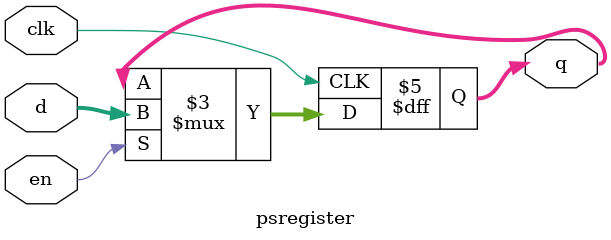
<source format=v>
module psregister #(parameter WIDTH =5)
               (input                  clk, en,
                input      [WIDTH-1:0] d,
                output reg [WIDTH-1:0] q);

   always @(posedge clk)begin
	//register for the flag 
	if (en)
	q <= d;
	else
	q <= q;
	

	
end
	endmodule
	
</source>
